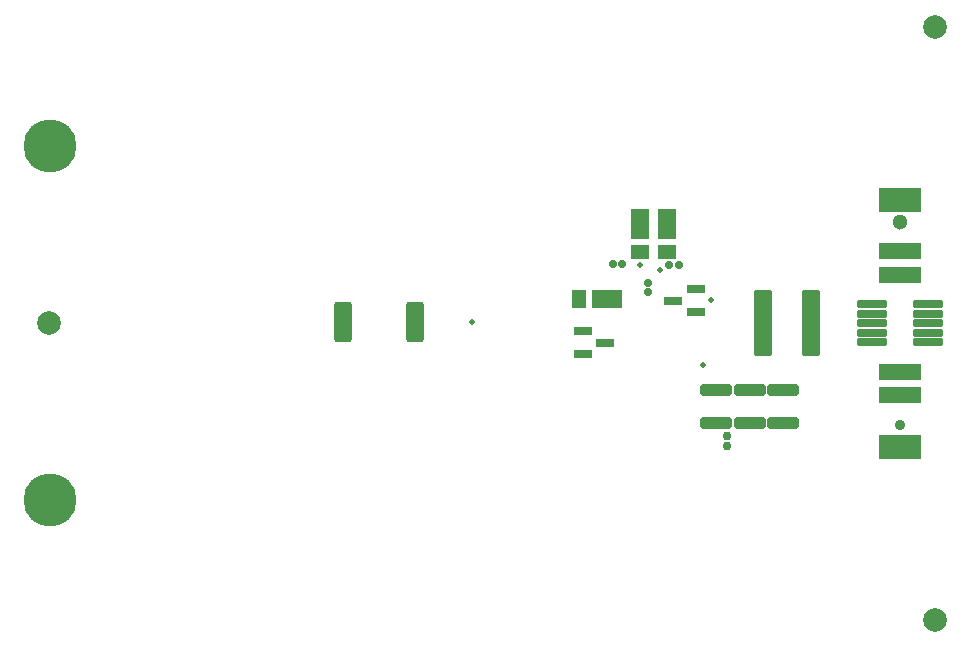
<source format=gbr>
%TF.GenerationSoftware,KiCad,Pcbnew,7.0.7*%
%TF.CreationDate,2024-04-03T12:27:14+02:00*%
%TF.ProjectId,SMPS_legged_robot_module,534d5053-5f6c-4656-9767-65645f726f62,1.0*%
%TF.SameCoordinates,Original*%
%TF.FileFunction,Soldermask,Bot*%
%TF.FilePolarity,Negative*%
%FSLAX46Y46*%
G04 Gerber Fmt 4.6, Leading zero omitted, Abs format (unit mm)*
G04 Created by KiCad (PCBNEW 7.0.7) date 2024-04-03 12:27:14*
%MOMM*%
%LPD*%
G01*
G04 APERTURE LIST*
G04 Aperture macros list*
%AMRoundRect*
0 Rectangle with rounded corners*
0 $1 Rounding radius*
0 $2 $3 $4 $5 $6 $7 $8 $9 X,Y pos of 4 corners*
0 Add a 4 corners polygon primitive as box body*
4,1,4,$2,$3,$4,$5,$6,$7,$8,$9,$2,$3,0*
0 Add four circle primitives for the rounded corners*
1,1,$1+$1,$2,$3*
1,1,$1+$1,$4,$5*
1,1,$1+$1,$6,$7*
1,1,$1+$1,$8,$9*
0 Add four rect primitives between the rounded corners*
20,1,$1+$1,$2,$3,$4,$5,0*
20,1,$1+$1,$4,$5,$6,$7,0*
20,1,$1+$1,$6,$7,$8,$9,0*
20,1,$1+$1,$8,$9,$2,$3,0*%
G04 Aperture macros list end*
%ADD10C,0.499800*%
%ADD11C,0.499980*%
%ADD12C,0.900000*%
%ADD13C,1.300000*%
%ADD14RoundRect,0.050000X1.750000X-1.000000X1.750000X1.000000X-1.750000X1.000000X-1.750000X-1.000000X0*%
%ADD15RoundRect,0.050000X1.750000X-0.650000X1.750000X0.650000X-1.750000X0.650000X-1.750000X-0.650000X0*%
%ADD16RoundRect,0.050000X1.200000X-0.250000X1.200000X0.250000X-1.200000X0.250000X-1.200000X-0.250000X0*%
%ADD17RoundRect,0.180000X0.130000X0.130000X-0.130000X0.130000X-0.130000X-0.130000X0.130000X-0.130000X0*%
%ADD18RoundRect,0.180000X-0.130000X-0.130000X0.130000X-0.130000X0.130000X0.130000X-0.130000X0.130000X0*%
%ADD19RoundRect,0.180000X-0.130000X0.130000X-0.130000X-0.130000X0.130000X-0.130000X0.130000X0.130000X0*%
%ADD20RoundRect,0.187500X0.137500X-0.137500X0.137500X0.137500X-0.137500X0.137500X-0.137500X-0.137500X0*%
%ADD21RoundRect,0.050000X0.715000X2.750000X-0.715000X2.750000X-0.715000X-2.750000X0.715000X-2.750000X0*%
%ADD22RoundRect,0.287500X-1.062500X0.237500X-1.062500X-0.237500X1.062500X-0.237500X1.062500X0.237500X0*%
%ADD23C,0.800000*%
%ADD24C,4.500000*%
%ADD25RoundRect,0.299999X-0.450001X-1.425001X0.450001X-1.425001X0.450001X1.425001X-0.450001X1.425001X0*%
%ADD26RoundRect,0.050000X0.750000X-1.200000X0.750000X1.200000X-0.750000X1.200000X-0.750000X-1.200000X0*%
%ADD27RoundRect,0.050000X0.750000X-0.525000X0.750000X0.525000X-0.750000X0.525000X-0.750000X-0.525000X0*%
%ADD28C,2.000000*%
%ADD29RoundRect,0.200000X-0.587500X-0.150000X0.587500X-0.150000X0.587500X0.150000X-0.587500X0.150000X0*%
%ADD30RoundRect,0.200000X0.587500X0.150000X-0.587500X0.150000X-0.587500X-0.150000X0.587500X-0.150000X0*%
%ADD31RoundRect,0.050000X-1.200000X-0.750000X1.200000X-0.750000X1.200000X0.750000X-1.200000X0.750000X0*%
%ADD32RoundRect,0.050000X-0.525000X-0.750000X0.525000X-0.750000X0.525000X0.750000X-0.525000X0.750000X0*%
G04 APERTURE END LIST*
D10*
%TO.C,TP709*%
X144300000Y-78100000D03*
%TD*%
D11*
%TO.C,TP706*%
X160200000Y-73650000D03*
%TD*%
%TO.C,TP705*%
X164550000Y-76200000D03*
%TD*%
%TO.C,TP704*%
X163850000Y-81700000D03*
%TD*%
D10*
%TO.C,TP701*%
X158500000Y-73250000D03*
%TD*%
D12*
%TO.C,J401*%
X180530000Y-86800000D03*
D13*
X180530000Y-69600000D03*
D14*
X180530000Y-67750000D03*
X180530000Y-88650000D03*
D15*
X180530000Y-74100000D03*
X180530000Y-82300000D03*
X180530000Y-72100000D03*
X180530000Y-84300000D03*
D16*
X182930000Y-76600000D03*
X178130000Y-76600000D03*
X182930000Y-77400000D03*
X178130000Y-77400000D03*
X182930000Y-78200000D03*
X178130000Y-78200000D03*
X182930000Y-79000000D03*
X178130000Y-79000000D03*
X182930000Y-79800000D03*
X178130000Y-79800000D03*
%TD*%
D17*
%TO.C,C724*%
X161790000Y-73290000D03*
X160990000Y-73290000D03*
%TD*%
D18*
%TO.C,C718*%
X156200000Y-73200000D03*
X157000000Y-73200000D03*
%TD*%
D19*
%TO.C,C717*%
X159190000Y-74760000D03*
X159190000Y-75560000D03*
%TD*%
D20*
%TO.C,R902*%
X165850000Y-88550000D03*
X165850000Y-87750000D03*
%TD*%
D21*
%TO.C,L901*%
X172970000Y-78200000D03*
X168930000Y-78200000D03*
%TD*%
D22*
%TO.C,C907*%
X167800000Y-83850000D03*
X167800000Y-86650000D03*
%TD*%
%TO.C,C906*%
X170650000Y-83850000D03*
X170650000Y-86650000D03*
%TD*%
%TO.C,C903*%
X164950000Y-83850000D03*
X164950000Y-86650000D03*
%TD*%
D23*
%TO.C,H801*%
X106880000Y-63200000D03*
X107363274Y-62033274D03*
X107363274Y-64366726D03*
X108530000Y-61550000D03*
D24*
X108530000Y-63200000D03*
D23*
X108530000Y-64850000D03*
X109696726Y-62033274D03*
X109696726Y-64366726D03*
X110180000Y-63200000D03*
%TD*%
%TO.C,H802*%
X106880000Y-93200000D03*
X107363274Y-92033274D03*
X107363274Y-94366726D03*
X108530000Y-91550000D03*
D24*
X108530000Y-93200000D03*
D23*
X108530000Y-94850000D03*
X109696726Y-92033274D03*
X109696726Y-94366726D03*
X110180000Y-93200000D03*
%TD*%
D25*
%TO.C,R725*%
X133400000Y-78100000D03*
X139500000Y-78100000D03*
%TD*%
D26*
%TO.C,D602*%
X158496000Y-69762001D03*
D27*
X158496000Y-72137000D03*
%TD*%
D28*
%TO.C,FM704*%
X183500000Y-103300000D03*
%TD*%
D26*
%TO.C,D601*%
X160782000Y-69762001D03*
D27*
X160782000Y-72137000D03*
%TD*%
D29*
%TO.C,Q703*%
X153700000Y-80775000D03*
X153700000Y-78875000D03*
X155575000Y-79825000D03*
%TD*%
D28*
%TO.C,FM706*%
X183500000Y-53100000D03*
%TD*%
D30*
%TO.C,Q704*%
X163212500Y-75325000D03*
X163212500Y-77225000D03*
X161337500Y-76275000D03*
%TD*%
D31*
%TO.C,D703*%
X155679999Y-76110000D03*
D32*
X153305000Y-76110000D03*
%TD*%
D28*
%TO.C,FM702*%
X108500000Y-78200000D03*
%TD*%
M02*

</source>
